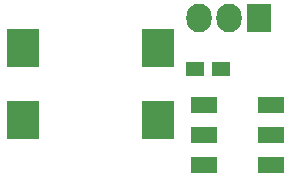
<source format=gts>
G04 #@! TF.FileFunction,Soldermask,Top*
%FSLAX46Y46*%
G04 Gerber Fmt 4.6, Leading zero omitted, Abs format (unit mm)*
G04 Created by KiCad (PCBNEW 4.0.1-stable) date Monday, January 04, 2016 'pmt' 12:50:12 pm*
%MOMM*%
G01*
G04 APERTURE LIST*
%ADD10C,0.100000*%
%ADD11R,2.797760X3.199080*%
%ADD12R,2.299920X1.418540*%
%ADD13R,2.127200X2.432000*%
%ADD14O,2.127200X2.432000*%
%ADD15R,1.600000X1.300000*%
G04 APERTURE END LIST*
D10*
D11*
X137017760Y-129286000D03*
X137017760Y-123187460D03*
X125618240Y-129286000D03*
X125618240Y-123187460D03*
D12*
X140914120Y-128016000D03*
X146613880Y-128016000D03*
X140914120Y-130556000D03*
X146613880Y-130556000D03*
X140914120Y-133096000D03*
X146613880Y-133096000D03*
D13*
X145542000Y-120650000D03*
D14*
X143002000Y-120650000D03*
X140462000Y-120650000D03*
D15*
X142324000Y-124968000D03*
X140124000Y-124968000D03*
M02*

</source>
